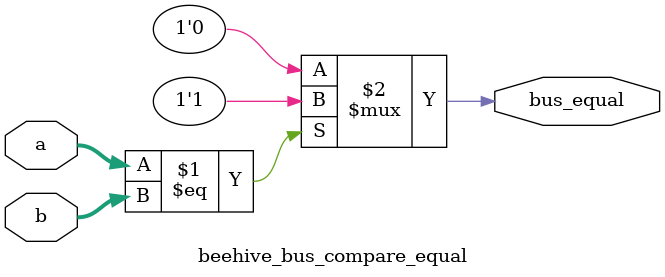
<source format=v>
/*
Copyright (c) 2015 Princeton University
All rights reserved.

Redistribution and use in source and binary forms, with or without
modification, are permitted provided that the following conditions are met:
    * Redistributions of source code must retain the above copyright
      notice, this list of conditions and the following disclaimer.
    * Redistributions in binary form must reproduce the above copyright
      notice, this list of conditions and the following disclaimer in the
      documentation and/or other materials provided with the distribution.
    * Neither the name of Princeton University nor the
      names of its contributors may be used to endorse or promote products
      derived from this software without specific prior written permission.

THIS SOFTWARE IS PROVIDED BY PRINCETON UNIVERSITY "AS IS" AND
ANY EXPRESS OR IMPLIED WARRANTIES, INCLUDING, BUT NOT LIMITED TO, THE IMPLIED
WARRANTIES OF MERCHANTABILITY AND FITNESS FOR A PARTICULAR PURPOSE ARE
DISCLAIMED. IN NO EVENT SHALL PRINCETON UNIVERSITY BE LIABLE FOR ANY
DIRECT, INDIRECT, INCIDENTAL, SPECIAL, EXEMPLARY, OR CONSEQUENTIAL DAMAGES
(INCLUDING, BUT NOT LIMITED TO, PROCUREMENT OF SUBSTITUTE GOODS OR SERVICES;
LOSS OF USE, DATA, OR PROFITS; OR BUSINESS INTERRUPTION) HOWEVER CAUSED AND
ON ANY THEORY OF LIABILITY, WHETHER IN CONTRACT, STRICT LIABILITY, OR TORT
(INCLUDING NEGLIGENCE OR OTHERWISE) ARISING IN ANY WAY OUT OF THE USE OF THIS
SOFTWARE, EVEN IF ADVISED OF THE POSSIBILITY OF SUCH DAMAGE.
*/

module beehive_bus_compare_equal (a, b, bus_equal);
    parameter WIDTH = 8;
    parameter BHC = 10;

    input [WIDTH-1:0] a, b;
    output wire bus_equal;

    assign bus_equal = (a==b) ? 1'b1 : 1'b0;
endmodule

</source>
